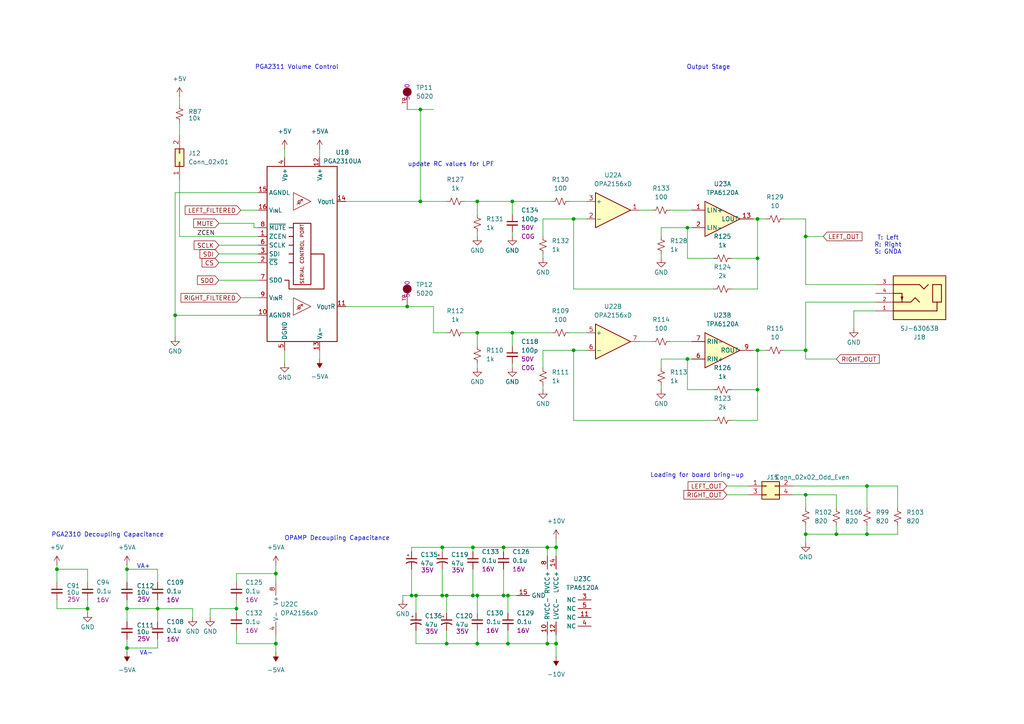
<source format=kicad_sch>
(kicad_sch (version 20250114) (generator "eeschema") (generator_version "9.0")
  (paper "A4")
  (lib_symbols
    (symbol "1_User_Library:5020" (pin_names (offset 1.016))
      (property "Reference" "TP" (at -2.5444 2.5415 0))
      (property "Value" "5020" (at -2.55 -5.0866 0))
      (symbol "5020_0_0"
        (pin passive line (at -5.08 0 0) (length 5.08) (name "~") (number "TP"))
      )
    )
    (symbol "1_User_Library:Capacitor_non_polar" (pin_numbers (hide yes)) (pin_names (offset 0.254) (hide yes))
      (property "Reference" "C" (at 2.54 1.778 0))
      (property "Value" "val" (at 2.54 0 0))
      (property "Voltage" "Vol" (at 2.54 -2.032 0))
      (symbol "Capacitor_non_polar_1_1"
        (pin passive line (at 0 2.54 270) (length 2.032) (name "~") (number "1"))
        (pin passive line (at 0 -2.54 90) (length 2.032) (name "~") (number "2"))
      )
    )
    (symbol "1_User_Library:PGA2310UA"
      (property "Reference" "U" (at 12.7 0 0))
      (property "Value" "PGA2310UA" (at 17.78 -2.54 0))
      (symbol "PGA2310UA_0_0"
        (text "G" (at -0.889 14.986 0) (effects (font (size 1.016 1.016))))
        (text "G" (at -0.889 -15.494 0) (effects (font (size 1.016 1.016))))
        (text "SERIAL CONTROL PORT" (at 0 0 900) (effects (font (size 1.016 1.016))))
        (pin input line (at -12.7 7.62 0) (length 2.54) (name "~{MUTE}") (number "8"))
      )
      (symbol "PGA2310UA_1_1"
        (pin power_in line (at -12.7 17.78 0) (length 2.54) (name "AGNDL") (number "15"))
        (pin input line (at -12.7 12.7 0) (length 2.54) (name "V_{IN}L") (number "16"))
        (pin input line (at -12.7 5.08 0) (length 2.54) (name "ZCEN") (number "1"))
        (pin input line (at -12.7 2.54 0) (length 2.54) (name "SCLK") (number "6"))
        (pin input line (at -12.7 0 0) (length 2.54) (name "SDI") (number "3"))
        (pin input line (at -12.7 -2.54 0) (length 2.54) (name "~{CS}") (number "2"))
        (pin output line (at -12.7 -7.62 0) (length 2.54) (name "SDO") (number "7"))
        (pin input line (at -12.7 -12.7 0) (length 2.54) (name "V_{IN}R") (number "9"))
        (pin power_in line (at -12.7 -17.78 0) (length 2.54) (name "AGNDR") (number "10"))
        (pin power_in line (at -5.08 27.94 270) (length 2.54) (name "V_{D}+") (number "4"))
        (pin power_in line (at -5.08 -27.94 90) (length 2.54) (name "DGND") (number "5"))
        (pin power_in line (at 5.08 27.94 270) (length 2.54) (name "V_{A}+") (number "12"))
        (pin power_in line (at 5.08 -27.94 90) (length 2.54) (name "V_{A}-") (number "13"))
        (pin output line (at 12.7 15.24 180) (length 2.54) (name "V_{OUT}L") (number "14"))
        (pin output line (at 12.7 -15.24 180) (length 2.54) (name "V_{OUT}R") (number "11"))
      )
    )
    (symbol "1_User_Library:Resistor" (pin_numbers (hide yes)) (pin_names (offset 0.254) (hide yes))
      (property "Reference" "R" (at 0.762 0.508 0))
      (symbol "Resistor_1_1"
        (pin passive line (at 0 2.54 270) (length 1.016) (name "~") (number "1"))
        (pin passive line (at 0 -2.54 90) (length 1.016) (name "~") (number "2"))
      )
    )
    (symbol "1_User_Library:SJ-63063B" (pin_names (offset 1.016))
      (property "Reference" "J" (at -7.62 5.842 0))
      (property "Value" "SJ-63063B" (at -7.62 -8.382 0))
      (symbol "SJ-63063B_0_0"
        (pin passive line (at 12.7 2.54 180) (length 5.08) (name "~") (number "1"))
        (pin passive line (at 12.7 0 180) (length 5.08) (name "~") (number "2"))
        (pin passive line (at 12.7 -2.54 180) (length 5.08) (name "~") (number "4"))
        (pin passive line (at 12.7 -5.08 180) (length 5.08) (name "~") (number "3"))
      )
    )
    (symbol "1_User_Library:TPA6120A2"
      (property "Reference" "U" (at 4.064 0 0))
      (property "Value" "TPA6120A" (at 4.318 -2.032 0))
      (symbol "TPA6120A2_1_0"
        (pin power_in line (at 8.89 0 180) (length 3.81) (name "LOUT") (number "13"))
      )
      (symbol "TPA6120A2_1_1"
        (pin output line (at -8.89 2.54 0) (length 3.81) (name "LIN+") (number "1"))
        (pin input line (at -8.89 -2.54 0) (length 3.81) (name "LIN-") (number "2"))
      )
      (symbol "TPA6120A2_2_0"
        (pin power_in line (at 8.89 0 180) (length 3.81) (name "ROUT") (number "9"))
      )
      (symbol "TPA6120A2_2_1"
        (pin output line (at -8.89 2.54 0) (length 3.81) (name "RIN-") (number "7"))
        (pin input line (at -8.89 -2.54 0) (length 3.81) (name "RIN+") (number "6"))
      )
      (symbol "TPA6120A2_3_0"
        (pin power_in line (at -10.16 -3.81 0) (length 3.81) (name "GND") (number "EP"))
        (pin power_in line (at -2.54 -15.24 90) (length 3.81) (name "RVCC-") (number "10"))
        (pin power_in line (at 0 7.62 270) (length 3.81) (name "LVCC+") (number "14"))
        (pin power_in line (at 1.27 -15.24 90) (length 3.81) (name "LVCC-") (number "12"))
        (pin power_in line (at 10.16 -10.16 180) (length 3.81) (name "NC") (number "11"))
      )
      (symbol "TPA6120A2_3_1"
        (pin power_in line (at -2.54 7.62 270) (length 3.81) (name "RVCC+") (number "8"))
        (pin input line (at 10.16 -5.08 180) (length 3.81) (name "NC") (number "3"))
        (pin input line (at 10.16 -7.62 180) (length 3.81) (name "NC") (number "5"))
        (pin power_in line (at 10.16 -12.7 180) (length 3.81) (name "NC") (number "4"))
      )
    )
    (symbol "Amplifier_Operational:OPA2156xD" (pin_names (offset 0.127))
      (property "Reference" "U" (at 2.54 6.35 0))
      (property "Value" "OPA2156xD" (at 2.54 3.81 0))
      (symbol "OPA2156xD_1_1"
        (pin input line (at -7.62 2.54 0) (length 2.54) (name "+") (number "3"))
        (pin input line (at -7.62 -2.54 0) (length 2.54) (name "-") (number "2"))
        (pin output line (at 7.62 0 180) (length 2.54) (name "~") (number "1"))
      )
      (symbol "OPA2156xD_2_1"
        (pin input line (at -7.62 2.54 0) (length 2.54) (name "+") (number "5"))
        (pin input line (at -7.62 -2.54 0) (length 2.54) (name "-") (number "6"))
        (pin output line (at 7.62 0 180) (length 2.54) (name "~") (number "7"))
      )
      (symbol "OPA2156xD_3_1"
        (pin power_in line (at 0 7.62 270) (length 3.81) (name "V+") (number "8"))
        (pin power_in line (at 0 -7.62 90) (length 3.81) (name "V-") (number "4"))
      )
    )
    (symbol "Capacitor_non_polar_1" (pin_numbers (hide yes)) (pin_names (offset 0.254) (hide yes))
      (property "Reference" "C" (at 0.254 1.778 0))
      (symbol "Capacitor_non_polar_1_1_1"
        (pin passive line (at 0 2.54 270) (length 2.032) (name "~") (number "1"))
        (pin passive line (at 0 -2.54 90) (length 2.032) (name "~") (number "2"))
      )
    )
    (symbol "Connector_Generic:Conn_02x01" (pin_names (offset 1.016) (hide yes))
      (property "Reference" "J" (at 1.27 2.54 0))
      (property "Value" "Conn_02x01" (at 1.27 -2.54 0))
      (symbol "Conn_02x01_1_1"
        (pin passive line (at -5.08 0 0) (length 3.81) (name "Pin_1") (number "1"))
        (pin passive line (at 7.62 0 180) (length 3.81) (name "Pin_2") (number "2"))
      )
    )
    (symbol "Connector_Generic:Conn_02x02_Odd_Even" (pin_names (offset 1.016) (hide yes))
      (property "Reference" "J" (at 1.27 2.54 0))
      (property "Value" "Conn_02x02_Odd_Even" (at 1.27 -5.08 0))
      (symbol "Conn_02x02_Odd_Even_1_1"
        (pin passive line (at -5.08 0 0) (length 3.81) (name "Pin_1") (number "1"))
        (pin passive line (at -5.08 -2.54 0) (length 3.81) (name "Pin_3") (number "3"))
        (pin passive line (at 7.62 0 180) (length 3.81) (name "Pin_2") (number "2"))
        (pin passive line (at 7.62 -2.54 180) (length 3.81) (name "Pin_4") (number "4"))
      )
    )
    (symbol "Device:C_Polarized_Small_US" (pin_numbers (hide yes)) (pin_names (offset 0.254) (hide yes))
      (property "Reference" "C" (at 0.254 1.778 0))
      (property "Value" "C_Polarized_Small_US" (at 0.254 -2.032 0))
      (symbol "C_Polarized_Small_US_1_1"
        (pin passive line (at 0 2.54 270) (length 2.032) (name "~") (number "1"))
        (pin passive line (at 0 -2.54 90) (length 2.032) (name "~") (number "2"))
      )
    )
    (symbol "TPA6120A2_1"
      (property "Reference" "U" (at 4.064 0 0))
      (property "Value" "TPA6120A" (at 4.318 -2.032 0))
      (symbol "TPA6120A2_1_1_0"
        (pin power_in line (at 8.89 0 180) (length 3.81) (name "LOUT") (number "13"))
      )
      (symbol "TPA6120A2_1_1_1"
        (pin output line (at -8.89 2.54 0) (length 3.81) (name "LIN+") (number "1"))
        (pin input line (at -8.89 -2.54 0) (length 3.81) (name "LIN-") (number "2"))
      )
      (symbol "TPA6120A2_1_2_0"
        (pin power_in line (at 8.89 0 180) (length 3.81) (name "ROUT") (number "9"))
      )
      (symbol "TPA6120A2_1_2_1"
        (pin output line (at -8.89 2.54 0) (length 3.81) (name "RIN-") (number "7"))
        (pin input line (at -8.89 -2.54 0) (length 3.81) (name "RIN+") (number "6"))
      )
      (symbol "TPA6120A2_1_3_0"
        (pin power_in line (at -11.43 -3.81 0) (length 3.81) (name "GND") (number "15"))
        (pin power_in line (at -2.54 -15.24 90) (length 3.81) (name "RVCC-") (number "10"))
        (pin power_in line (at 0 7.62 270) (length 3.81) (name "LVCC+") (number "14"))
        (pin power_in line (at 0 -15.24 90) (length 3.81) (name "LVCC-") (number "12"))
        (pin power_in line (at 10.16 -10.16 180) (length 3.81) (name "NC") (number "11"))
      )
      (symbol "TPA6120A2_1_3_1"
        (pin power_in line (at -2.54 7.62 270) (length 3.81) (name "RVCC+") (number "8"))
        (pin input line (at 10.16 -5.08 180) (length 3.81) (name "NC") (number "3"))
        (pin input line (at 10.16 -7.62 180) (length 3.81) (name "NC") (number "5"))
        (pin power_in line (at 10.16 -12.7 180) (length 3.81) (name "NC") (number "4"))
      )
    )
    (symbol "TPA6120A2_2"
      (property "Reference" "U" (at 4.064 0 0))
      (property "Value" "TPA6120A" (at 4.318 -2.032 0))
      (symbol "TPA6120A2_2_1_0"
        (pin power_in line (at 8.89 0 180) (length 3.81) (name "LOUT") (number "13"))
      )
      (symbol "TPA6120A2_2_1_1"
        (pin output line (at -8.89 2.54 0) (length 3.81) (name "LIN+") (number "1"))
        (pin input line (at -8.89 -2.54 0) (length 3.81) (name "LIN-") (number "2"))
      )
      (symbol "TPA6120A2_2_2_0"
        (pin power_in line (at 8.89 0 180) (length 3.81) (name "ROUT") (number "9"))
      )
      (symbol "TPA6120A2_2_2_1"
        (pin output line (at -8.89 2.54 0) (length 3.81) (name "RIN-") (number "7"))
        (pin input line (at -8.89 -2.54 0) (length 3.81) (name "RIN+") (number "6"))
      )
      (symbol "TPA6120A2_2_3_0"
        (pin power_in line (at -11.43 -3.81 0) (length 3.81) (name "GND") (number "15"))
        (pin power_in line (at -2.54 -15.24 90) (length 3.81) (name "RVCC-") (number "10"))
        (pin power_in line (at 0 7.62 270) (length 3.81) (name "LVCC+") (number "14"))
        (pin power_in line (at 0 -15.24 90) (length 3.81) (name "LVCC-") (number "12"))
        (pin power_in line (at 10.16 -10.16 180) (length 3.81) (name "NC") (number "11"))
      )
      (symbol "TPA6120A2_2_3_1"
        (pin power_in line (at -2.54 7.62 270) (length 3.81) (name "RVCC+") (number "8"))
        (pin input line (at 10.16 -5.08 180) (length 3.81) (name "NC") (number "3"))
        (pin input line (at 10.16 -7.62 180) (length 3.81) (name "NC") (number "5"))
        (pin power_in line (at 10.16 -12.7 180) (length 3.81) (name "NC") (number "4"))
      )
    )
    (symbol "power:+10V" (power) (pin_numbers (hide yes)) (pin_names (offset 0) (hide yes))
      (property "Value" "+10V" (at 0 3.556 0))
      (symbol "+10V_1_1"
        (pin power_in line (at 0 0 90) (length 0) (name "~") (number "1"))
      )
    )
    (symbol "power:+5V" (power) (pin_numbers (hide yes)) (pin_names (offset 0) (hide yes))
      (property "Value" "+5V" (at 0 3.556 0))
      (symbol "+5V_1_1"
        (pin power_in line (at 0 0 90) (length 0) (name "~") (number "1"))
      )
    )
    (symbol "power:+5VA" (power) (pin_numbers (hide yes)) (pin_names (offset 0) (hide yes))
      (property "Value" "+5VA" (at 0 3.556 0))
      (symbol "+5VA_1_1"
        (pin power_in line (at 0 0 90) (length 0) (name "~") (number "1"))
      )
    )
    (symbol "power:-10V" (power) (pin_numbers (hide yes)) (pin_names (offset 0) (hide yes))
      (property "Value" "-10V" (at 0 3.556 0))
      (symbol "-10V_0_0"
        (pin power_in line (at 0 0 90) (length 0) (name "~") (number "1"))
      )
    )
    (symbol "power:-5VA" (power) (pin_numbers (hide yes)) (pin_names (offset 0) (hide yes))
      (property "Value" "-5VA" (at 0 3.556 0))
      (symbol "-5VA_0_0"
        (pin power_in line (at 0 0 90) (length 0) (name "~") (number "1"))
      )
    )
    (symbol "power:GND" (power) (pin_numbers (hide yes)) (pin_names (offset 0) (hide yes))
      (property "Value" "GND" (at 0 -3.81 0))
      (symbol "GND_1_1"
        (pin power_in line (at 0 0 270) (length 0) (name "~") (number "1"))
      )
    )
  )
  (text "T: Left\nR: Right\nS: GNDA" (at 257.556 71.12 0) (effects (font (size 1.27 1.27))))
  (text "Output Stage" (at 205.486 19.558 0) (effects (font (size 1.27 1.27))))
  (text "PGA2311 Volume Control" (at 86.106 19.558 0) (effects (font (size 1.27 1.27))))
  (text "update RC values for LPF" (at 130.81 47.752 0) (effects (font (size 1.27 1.27))))
  (text "OPAMP Decoupling Capacitance" (at 97.79 156.21 0) (effects (font (size 1.27 1.27))))
  (text "Loading for board bring-up" (at 202.184 137.922 0) (effects (font (size 1.27 1.27))))
  (text "PGA2310 Decoupling Capacitance" (at 31.242 155.194 0) (effects (font (size 1.27 1.27))))
  (text "VA-\n" (at 42.418 189.484 0) (effects (font (size 1.27 1.27))))
  (text "VA+" (at 41.656 164.338 0) (effects (font (size 1.27 1.27))))
  (junction (at 219.71 74.93))
  (junction (at 158.75 186.69))
  (junction (at 129.54 186.69))
  (junction (at 199.39 66.04))
  (junction (at 147.32 186.69))
  (junction (at 138.43 96.52))
  (junction (at 146.05 158.75))
  (junction (at 233.68 68.58))
  (junction (at 138.43 172.72))
  (junction (at 118.11 88.9))
  (junction (at 148.59 58.42))
  (junction (at 242.57 154.94))
  (junction (at 251.46 154.94))
  (junction (at 219.71 113.03))
  (junction (at 158.75 158.75))
  (junction (at 137.16 172.72))
  (junction (at 119.38 172.72))
  (junction (at 25.4 176.53))
  (junction (at 121.92 31.75))
  (junction (at 219.71 63.5))
  (junction (at 45.72 176.53))
  (junction (at 80.01 166.37))
  (junction (at 233.68 154.94))
  (junction (at 166.37 63.5))
  (junction (at 219.71 101.6))
  (junction (at 129.54 172.72))
  (junction (at 199.39 104.14))
  (junction (at 137.16 158.75))
  (junction (at 120.65 172.72))
  (junction (at 50.8 91.44))
  (junction (at 128.27 158.75))
  (junction (at 148.59 96.52))
  (junction (at 138.43 186.69))
  (junction (at 138.43 58.42))
  (junction (at 166.37 101.6))
  (junction (at 68.58 176.53))
  (junction (at 80.01 186.69))
  (junction (at 146.05 172.72))
  (junction (at 36.83 165.1))
  (junction (at 147.32 172.72))
  (junction (at 36.83 176.53))
  (junction (at 161.29 158.75))
  (junction (at 161.29 186.69))
  (junction (at 233.68 101.6))
  (junction (at 251.46 140.97))
  (junction (at 128.27 172.72))
  (junction (at 36.83 187.96))
  (junction (at 233.68 143.51))
  (junction (at 121.92 58.42))
  (junction (at 16.51 165.1))
  (wire (pts (xy 60.96 176.53) (xy 68.58 176.53)))
  (wire (pts (xy 161.29 184.15) (xy 161.29 186.69)))
  (wire (pts (xy 191.77 113.03) (xy 191.77 111.76)))
  (wire (pts (xy 92.71 101.6) (xy 92.71 104.14)))
  (wire (pts (xy 191.77 104.14) (xy 191.77 106.68)))
  (wire (pts (xy 242.57 154.94) (xy 251.46 154.94)))
  (wire (pts (xy 251.46 154.94) (xy 260.35 154.94)))
  (wire (pts (xy 116.84 172.72) (xy 119.38 172.72)))
  (wire (pts (xy 146.05 165.1) (xy 146.05 172.72)))
  (wire (pts (xy 119.38 158.75) (xy 119.38 160.02)))
  (wire (pts (xy 45.72 168.91) (xy 45.72 165.1)))
  (wire (pts (xy 146.05 172.72) (xy 147.32 172.72)))
  (wire (pts (xy 129.54 186.69) (xy 120.65 186.69)))
  (wire (pts (xy 247.65 95.25) (xy 247.65 90.17)))
  (wire (pts (xy 138.43 186.69) (xy 129.54 186.69)))
  (wire (pts (xy 68.58 186.69) (xy 80.01 186.69)))
  (wire (pts (xy 219.71 121.92) (xy 219.71 113.03)))
  (wire (pts (xy 68.58 176.53) (xy 68.58 177.8)))
  (wire (pts (xy 170.18 101.6) (xy 166.37 101.6)))
  (wire (pts (xy 147.32 186.69) (xy 138.43 186.69)))
  (wire (pts (xy 100.33 58.42) (xy 121.92 58.42)))
  (wire (pts (xy 138.43 182.88) (xy 138.43 186.69)))
  (wire (pts (xy 119.38 165.1) (xy 119.38 172.72)))
  (wire (pts (xy 50.8 97.79) (xy 50.8 91.44)))
  (wire (pts (xy 219.71 113.03) (xy 219.71 101.6)))
  (wire (pts (xy 138.43 58.42) (xy 148.59 58.42)))
  (wire (pts (xy 138.43 172.72) (xy 138.43 177.8)))
  (wire (pts (xy 69.85 60.96) (xy 74.93 60.96)))
  (wire (pts (xy 207.01 113.03) (xy 199.39 113.03)))
  (wire (pts (xy 212.09 83.82) (xy 219.71 83.82)))
  (wire (pts (xy 92.71 43.18) (xy 92.71 45.72)))
  (wire (pts (xy 36.83 165.1) (xy 36.83 168.91)))
  (wire (pts (xy 63.5 76.2) (xy 74.93 76.2)))
  (wire (pts (xy 138.43 96.52) (xy 148.59 96.52)))
  (wire (pts (xy 233.68 68.58) (xy 233.68 82.55)))
  (wire (pts (xy 219.71 83.82) (xy 219.71 74.93)))
  (wire (pts (xy 210.82 143.51) (xy 217.17 143.51)))
  (wire (pts (xy 68.58 168.91) (xy 68.58 166.37)))
  (wire (pts (xy 138.43 172.72) (xy 146.05 172.72)))
  (wire (pts (xy 36.83 176.53) (xy 36.83 180.34)))
  (wire (pts (xy 166.37 63.5) (xy 166.37 83.82)))
  (wire (pts (xy 80.01 166.37) (xy 80.01 168.91)))
  (wire (pts (xy 199.39 66.04) (xy 191.77 66.04)))
  (wire (pts (xy 185.42 60.96) (xy 189.23 60.96)))
  (wire (pts (xy 158.75 184.15) (xy 158.75 186.69)))
  (wire (pts (xy 82.55 101.6) (xy 82.55 105.41)))
  (wire (pts (xy 80.01 184.15) (xy 80.01 186.69)))
  (wire (pts (xy 158.75 186.69) (xy 147.32 186.69)))
  (wire (pts (xy 233.68 104.14) (xy 242.57 104.14)))
  (wire (pts (xy 166.37 101.6) (xy 166.37 121.92)))
  (wire (pts (xy 68.58 166.37) (xy 80.01 166.37)))
  (wire (pts (xy 36.83 187.96) (xy 45.72 187.96)))
  (wire (pts (xy 36.83 163.83) (xy 36.83 165.1)))
  (wire (pts (xy 194.31 99.06) (xy 200.66 99.06)))
  (wire (pts (xy 147.32 172.72) (xy 147.32 177.8)))
  (wire (pts (xy 260.35 147.32) (xy 260.35 140.97)))
  (wire (pts (xy 233.68 101.6) (xy 233.68 104.14)))
  (wire (pts (xy 137.16 158.75) (xy 137.16 160.02)))
  (wire (pts (xy 242.57 152.4) (xy 242.57 154.94)))
  (wire (pts (xy 161.29 156.21) (xy 161.29 158.75)))
  (wire (pts (xy 25.4 168.91) (xy 25.4 165.1)))
  (wire (pts (xy 129.54 172.72) (xy 129.54 177.8)))
  (wire (pts (xy 121.92 31.75) (xy 121.92 58.42)))
  (wire (pts (xy 194.31 60.96) (xy 200.66 60.96)))
  (wire (pts (xy 158.75 161.29) (xy 158.75 158.75)))
  (wire (pts (xy 138.43 68.58) (xy 138.43 67.31)))
  (wire (pts (xy 229.87 143.51) (xy 233.68 143.51)))
  (wire (pts (xy 119.38 172.72) (xy 120.65 172.72)))
  (wire (pts (xy 161.29 186.69) (xy 161.29 190.5)))
  (wire (pts (xy 121.92 58.42) (xy 129.54 58.42)))
  (wire (pts (xy 25.4 165.1) (xy 16.51 165.1)))
  (wire (pts (xy 227.33 63.5) (xy 233.68 63.5)))
  (wire (pts (xy 158.75 158.75) (xy 146.05 158.75)))
  (wire (pts (xy 16.51 163.83) (xy 16.51 165.1)))
  (wire (pts (xy 199.39 104.14) (xy 191.77 104.14)))
  (wire (pts (xy 233.68 63.5) (xy 233.68 68.58)))
  (wire (pts (xy 247.65 90.17) (xy 254 90.17)))
  (wire (pts (xy 147.32 172.72) (xy 149.86 172.72)))
  (wire (pts (xy 161.29 158.75) (xy 161.29 161.29)))
  (wire (pts (xy 137.16 158.75) (xy 128.27 158.75)))
  (wire (pts (xy 45.72 173.99) (xy 45.72 176.53)))
  (wire (pts (xy 148.59 96.52) (xy 160.02 96.52)))
  (wire (pts (xy 74.93 55.88) (xy 50.8 55.88)))
  (wire (pts (xy 52.07 52.07) (xy 52.07 68.58)))
  (wire (pts (xy 45.72 180.34) (xy 45.72 176.53)))
  (wire (pts (xy 69.85 86.36) (xy 74.93 86.36)))
  (wire (pts (xy 185.42 99.06) (xy 189.23 99.06)))
  (wire (pts (xy 207.01 74.93) (xy 199.39 74.93)))
  (wire (pts (xy 218.44 63.5) (xy 219.71 63.5)))
  (wire (pts (xy 199.39 113.03) (xy 199.39 104.14)))
  (wire (pts (xy 137.16 172.72) (xy 138.43 172.72)))
  (wire (pts (xy 118.11 88.9) (xy 125.73 88.9)))
  (wire (pts (xy 148.59 106.68) (xy 148.59 105.41)))
  (wire (pts (xy 233.68 143.51) (xy 242.57 143.51)))
  (wire (pts (xy 52.07 35.56) (xy 52.07 39.37)))
  (wire (pts (xy 134.62 96.52) (xy 138.43 96.52)))
  (wire (pts (xy 73.66 66.04) (xy 74.93 66.04)))
  (wire (pts (xy 68.58 173.99) (xy 68.58 176.53)))
  (wire (pts (xy 121.92 31.75) (xy 118.11 31.75)))
  (wire (pts (xy 45.72 176.53) (xy 36.83 176.53)))
  (wire (pts (xy 128.27 165.1) (xy 128.27 172.72)))
  (wire (pts (xy 16.51 165.1) (xy 16.51 168.91)))
  (wire (pts (xy 166.37 83.82) (xy 207.01 83.82)))
  (wire (pts (xy 212.09 121.92) (xy 219.71 121.92)))
  (wire (pts (xy 170.18 63.5) (xy 166.37 63.5)))
  (wire (pts (xy 218.44 101.6) (xy 219.71 101.6)))
  (wire (pts (xy 55.88 176.53) (xy 55.88 179.07)))
  (wire (pts (xy 73.66 64.77) (xy 73.66 66.04)))
  (wire (pts (xy 100.33 88.9) (xy 118.11 88.9)))
  (wire (pts (xy 128.27 172.72) (xy 129.54 172.72)))
  (wire (pts (xy 16.51 176.53) (xy 25.4 176.53)))
  (wire (pts (xy 50.8 91.44) (xy 74.93 91.44)))
  (wire (pts (xy 191.77 66.04) (xy 191.77 68.58)))
  (wire (pts (xy 120.65 172.72) (xy 128.27 172.72)))
  (wire (pts (xy 63.5 71.12) (xy 74.93 71.12)))
  (wire (pts (xy 233.68 68.58) (xy 238.76 68.58)))
  (wire (pts (xy 251.46 140.97) (xy 251.46 147.32)))
  (wire (pts (xy 63.5 81.28) (xy 74.93 81.28)))
  (wire (pts (xy 63.5 64.77) (xy 73.66 64.77)))
  (wire (pts (xy 50.8 55.88) (xy 50.8 91.44)))
  (wire (pts (xy 25.4 176.53) (xy 25.4 177.8)))
  (wire (pts (xy 128.27 158.75) (xy 119.38 158.75)))
  (wire (pts (xy 157.48 68.58) (xy 157.48 63.5)))
  (wire (pts (xy 233.68 152.4) (xy 233.68 154.94)))
  (wire (pts (xy 68.58 182.88) (xy 68.58 186.69)))
  (wire (pts (xy 157.48 74.93) (xy 157.48 73.66)))
  (wire (pts (xy 25.4 173.99) (xy 25.4 176.53)))
  (wire (pts (xy 158.75 158.75) (xy 161.29 158.75)))
  (wire (pts (xy 129.54 172.72) (xy 137.16 172.72)))
  (wire (pts (xy 242.57 143.51) (xy 242.57 147.32)))
  (wire (pts (xy 157.48 106.68) (xy 157.48 101.6)))
  (wire (pts (xy 157.48 63.5) (xy 166.37 63.5)))
  (wire (pts (xy 120.65 186.69) (xy 120.65 182.88)))
  (wire (pts (xy 52.07 27.94) (xy 52.07 30.48)))
  (wire (pts (xy 233.68 143.51) (xy 233.68 147.32)))
  (wire (pts (xy 116.84 173.99) (xy 116.84 172.72)))
  (wire (pts (xy 16.51 173.99) (xy 16.51 176.53)))
  (wire (pts (xy 219.71 63.5) (xy 222.25 63.5)))
  (wire (pts (xy 134.62 58.42) (xy 138.43 58.42)))
  (wire (pts (xy 200.66 104.14) (xy 199.39 104.14)))
  (wire (pts (xy 129.54 182.88) (xy 129.54 186.69)))
  (wire (pts (xy 128.27 158.75) (xy 128.27 160.02)))
  (wire (pts (xy 210.82 140.97) (xy 217.17 140.97)))
  (wire (pts (xy 148.59 68.58) (xy 148.59 67.31)))
  (wire (pts (xy 120.65 172.72) (xy 120.65 177.8)))
  (wire (pts (xy 212.09 74.93) (xy 219.71 74.93)))
  (wire (pts (xy 165.1 96.52) (xy 170.18 96.52)))
  (wire (pts (xy 138.43 96.52) (xy 138.43 100.33)))
  (wire (pts (xy 125.73 96.52) (xy 129.54 96.52)))
  (wire (pts (xy 52.07 68.58) (xy 74.93 68.58)))
  (wire (pts (xy 146.05 158.75) (xy 137.16 158.75)))
  (wire (pts (xy 229.87 140.97) (xy 251.46 140.97)))
  (wire (pts (xy 36.83 185.42) (xy 36.83 187.96)))
  (wire (pts (xy 138.43 106.68) (xy 138.43 105.41)))
  (wire (pts (xy 200.66 66.04) (xy 199.39 66.04)))
  (wire (pts (xy 36.83 187.96) (xy 36.83 189.23)))
  (wire (pts (xy 63.5 73.66) (xy 74.93 73.66)))
  (wire (pts (xy 165.1 58.42) (xy 170.18 58.42)))
  (wire (pts (xy 125.73 88.9) (xy 125.73 96.52)))
  (wire (pts (xy 55.88 176.53) (xy 45.72 176.53)))
  (wire (pts (xy 166.37 121.92) (xy 207.01 121.92)))
  (wire (pts (xy 45.72 185.42) (xy 45.72 187.96)))
  (wire (pts (xy 260.35 152.4) (xy 260.35 154.94)))
  (wire (pts (xy 147.32 182.88) (xy 147.32 186.69)))
  (wire (pts (xy 233.68 87.63) (xy 254 87.63)))
  (wire (pts (xy 233.68 82.55) (xy 254 82.55)))
  (wire (pts (xy 233.68 87.63) (xy 233.68 101.6)))
  (wire (pts (xy 36.83 173.99) (xy 36.83 176.53)))
  (wire (pts (xy 45.72 165.1) (xy 36.83 165.1)))
  (wire (pts (xy 82.55 43.18) (xy 82.55 45.72)))
  (wire (pts (xy 219.71 101.6) (xy 222.25 101.6)))
  (wire (pts (xy 191.77 74.93) (xy 191.77 73.66)))
  (wire (pts (xy 157.48 101.6) (xy 166.37 101.6)))
  (wire (pts (xy 148.59 58.42) (xy 160.02 58.42)))
  (wire (pts (xy 227.33 101.6) (xy 233.68 101.6)))
  (wire (pts (xy 212.09 113.03) (xy 219.71 113.03)))
  (wire (pts (xy 138.43 58.42) (xy 138.43 62.23)))
  (wire (pts (xy 233.68 154.94) (xy 233.68 157.48)))
  (wire (pts (xy 60.96 179.07) (xy 60.96 176.53)))
  (wire (pts (xy 148.59 58.42) (xy 148.59 62.23)))
  (wire (pts (xy 161.29 186.69) (xy 158.75 186.69)))
  (wire (pts (xy 233.68 154.94) (xy 242.57 154.94)))
  (wire (pts (xy 125.73 31.75) (xy 121.92 31.75)))
  (wire (pts (xy 80.01 186.69) (xy 80.01 189.23)))
  (wire (pts (xy 199.39 74.93) (xy 199.39 66.04)))
  (wire (pts (xy 137.16 165.1) (xy 137.16 172.72)))
  (wire (pts (xy 157.48 113.03) (xy 157.48 111.76)))
  (wire (pts (xy 219.71 74.93) (xy 219.71 63.5)))
  (wire (pts (xy 146.05 158.75) (xy 146.05 160.02)))
  (wire (pts (xy 80.01 163.83) (xy 80.01 166.37)))
  (wire (pts (xy 251.46 152.4) (xy 251.46 154.94)))
  (wire (pts (xy 251.46 140.97) (xy 260.35 140.97)))
  (wire (pts (xy 148.59 96.52) (xy 148.59 100.33)))
  (label "ZCEN" (at 57.15 68.58 0))
  (global_label "RIGHT_OUT" (shape input) (at 210.82 143.51 180) (property "Intersheetrefs" "${INTERSHEET_REFS}" (effects (hide yes))))
  (global_label "LEFT_FILTERED" (shape input) (at 69.85 60.96 180) (property "Intersheetrefs" "${INTERSHEET_REFS}" (effects (hide yes))))
  (global_label "SDI" (shape input) (at 63.5 73.66 180) (property "Intersheetrefs" "${INTERSHEET_REFS}" (effects (hide yes))))
  (global_label "RIGHT_OUT" (shape input) (at 242.57 104.14 0) (property "Intersheetrefs" "${INTERSHEET_REFS}" (effects (hide yes))))
  (global_label "SCLK" (shape input) (at 63.5 71.12 180) (property "Intersheetrefs" "${INTERSHEET_REFS}" (effects (hide yes))))
  (global_label "LEFT_OUT" (shape input) (at 210.82 140.97 180) (property "Intersheetrefs" "${INTERSHEET_REFS}" (effects (hide yes))))
  (global_label "SDO" (shape input) (at 63.5 81.28 180) (property "Intersheetrefs" "${INTERSHEET_REFS}" (effects (hide yes))))
  (global_label "CS" (shape input) (at 63.5 76.2 180) (property "Intersheetrefs" "${INTERSHEET_REFS}" (effects (hide yes))))
  (global_label "RIGHT_FILTERED" (shape input) (at 69.85 86.36 180) (property "Intersheetrefs" "${INTERSHEET_REFS}" (effects (hide yes))))
  (global_label "LEFT_OUT" (shape input) (at 238.76 68.58 0) (property "Intersheetrefs" "${INTERSHEET_REFS}" (effects (hide yes))))
  (global_label "MUTE" (shape input) (at 63.5 64.77 180) (property "Intersheetrefs" "${INTERSHEET_REFS}" (effects (hide yes))))
  (symbol (lib_id "power:-5VA") (at 92.71 104.14 180) (unit 1)
    (property "Reference" "#PWR09" (effects (hide yes)))
    (property "Value" "-5VA" (at 92.71 109.22 0))
    (property "Description" "Power symbol creates a global label with name \"-5VA\"" (effects (hide yes)))
  )
  (symbol (lib_id "power:+5V") (at 16.51 163.83 0) (unit 1)
    (property "Reference" "#PWR03" (effects (hide yes)))
    (property "Value" "+5V" (at 16.51 158.75 0))
    (property "Description" "Power symbol creates a global label with name \"+5V\"" (effects (hide yes)))
  )
  (symbol (lib_id "1_User_Library:Resistor") (at 132.08 58.42 90) (unit 1)
    (property "Reference" "R127" (at 132.08 52.07 90))
    (property "Value" "1k" (at 132.08 54.61 90))
    (property "Footprint" "Resistor_SMD:R_0603_1608Metric" (effects (hide yes)))
    (property "Part Number" "CRCW06031K00FKEA" (effects (hide yes)))
  )
  (symbol (lib_id "power:+5V") (at 82.55 43.18 0) (unit 1)
    (property "Reference" "#PWR02" (effects (hide yes)))
    (property "Value" "+5V" (at 82.55 38.1 0))
    (property "Description" "Power symbol creates a global label with name \"+5V\"" (effects (hide yes)))
  )
  (symbol (lib_id "power:GND") (at 191.77 113.03 0) (unit 1)
    (property "Reference" "#PWR0217" (effects (hide yes)))
    (property "Value" "GND" (at 191.77 117.094 0))
    (property "Description" "Power symbol creates a global label with name \"GND\" , ground" (effects (hide yes)))
  )
  (symbol (lib_id "power:GND") (at 60.96 179.07 0) (unit 1)
    (property "Reference" "#PWR0228" (effects (hide yes)))
    (property "Value" "GND" (at 60.96 183.134 0))
    (property "Description" "Power symbol creates a global label with name \"GND\" , ground" (effects (hide yes)))
  )
  (symbol (lib_id "power:GND") (at 82.55 105.41 0) (unit 1)
    (property "Reference" "#PWR076" (effects (hide yes)))
    (property "Value" "GND" (at 82.55 109.474 0))
    (property "Description" "Power symbol creates a global label with name \"GND\" , ground" (effects (hide yes)))
  )
  (symbol (lib_id "1_User_Library:Resistor") (at 157.48 71.12 180) (unit 1)
    (property "Reference" "R132" (at 160.02 69.8499 0) (effects (justify right)))
    (property "Value" "1k" (at 160.02 72.3899 0) (effects (justify right)))
    (property "Footprint" "Resistor_SMD:R_0603_1608Metric" (effects (hide yes)))
    (property "Part Number" "CRCW06031K00FKEA" (effects (hide yes)))
  )
  (symbol (lib_id "Amplifier_Operational:OPA2156xD") (at 80.01 176.53 0) (unit 3)
    (property "Reference" "U22" (at 81.28 175.2599 0) (effects (justify left)))
    (property "Value" "OPA2156xD" (at 81.28 177.7999 0) (effects (justify left)))
    (property "Footprint" "Package_SO:SOIC-8_3.9x4.9mm_P1.27mm" (effects (hide yes)))
    (property "Datasheet" "https://www.ti.com/lit/ds/symlink/opa2156.pdf" (effects (hide yes)))
    (property "Description" "Dual 36V, Ultra Low Noise, Rail-to-Rail Input/Output, Low Offset Voltage, Operational Amplifier, SOIC-8" (effects (hide yes)))
    (property "Sim.Library" "${KICAD9_SYMBOL_DIR}/Simulation_SPICE.sp" (effects (hide yes)))
    (property "Sim.Name" "kicad_builtin_opamp_dual" (effects (hide yes)))
    (property "Sim.Device" "SUBCKT" (effects (hide yes)))
    (property "Sim.Pins" "1=out1 2=in1- 3=in1+ 4=vee 5=in2+ 6=in2- 7=out2 8=vcc" (effects (hide yes)))
    (property "Manufacturer_Part_Number" "OPA2156IDR" (effects (hide yes)))
    (property "Part Number" "OPA2156IDR" (effects (hide yes)))
  )
  (symbol (lib_id "power:+5VA") (at 36.83 163.83 0) (unit 1)
    (property "Reference" "#PWR05" (effects (hide yes)))
    (property "Value" "+5VA" (at 36.83 158.75 0))
    (property "Description" "Power symbol creates a global label with name \"+5VA\"" (effects (hide yes)))
  )
  (symbol (lib_id "power:GND") (at 55.88 179.07 0) (unit 1)
    (property "Reference" "#PWR074" (effects (hide yes)))
    (property "Value" "GND" (at 55.88 183.134 0))
    (property "Description" "Power symbol creates a global label with name \"GND\" , ground" (effects (hide yes)))
  )
  (symbol (lib_name "TPA6120A2_2") (lib_id "1_User_Library:TPA6120A2") (at 209.55 101.6 0) (unit 2)
    (property "Reference" "U23" (at 209.55 91.44 0))
    (property "Value" "TPA6120A" (at 209.55 93.98 0))
    (property "Footprint" "1_User_Library:RGY0014A" (effects (hide yes)))
    (property "Description" "Stereo, 9.0- to 33.0-V, analog input headphone amplifier with 128 dB dynamic range" (effects (hide yes)))
    (property "Part Number" "TPA6120A2RGYR" (effects (hide yes)))
    (property "Manufacturer_Part_Number" "TPA6120A2RGYR" (effects (hide yes)))
  )
  (symbol (lib_id "power:+5V") (at 52.07 27.94 0) (unit 1)
    (property "Reference" "#PWR044" (effects (hide yes)))
    (property "Value" "+5V" (at 52.07 22.86 0))
    (property "Description" "Power symbol creates a global label with name \"+5V\"" (effects (hide yes)))
  )
  (symbol (lib_id "1_User_Library:Resistor") (at 162.56 58.42 90) (unit 1)
    (property "Reference" "R130" (at 162.56 52.07 90))
    (property "Value" "100" (at 162.56 54.61 90))
    (property "Footprint" "Resistor_SMD:R_0603_1608Metric_Pad0.98x0.95mm_HandSolder" (effects (hide yes)))
  )
  (symbol (lib_id "power:GND") (at 138.43 68.58 0) (unit 1)
    (property "Reference" "#PWR0219" (effects (hide yes)))
    (property "Value" "GND" (at 138.43 72.644 0))
    (property "Description" "Power symbol creates a global label with name \"GND\" , ground" (effects (hide yes)))
  )
  (symbol (lib_id "power:GND") (at 148.59 106.68 0) (unit 1)
    (property "Reference" "#PWR0223" (effects (hide yes)))
    (property "Value" "GND" (at 148.59 110.744 0))
    (property "Description" "Power symbol creates a global label with name \"GND\" , ground" (effects (hide yes)))
  )
  (symbol (lib_id "1_User_Library:PGA2310UA") (at 87.63 73.66 0) (unit 1)
    (property "Reference" "U18" (at 99.314 44.196 0))
    (property "Value" "PGA2310UA" (at 99.314 46.736 0))
    (property "Footprint" "Package_SO:SOIC-16W_7.5x10.3mm_P1.27mm" (effects (hide yes)))
    (property "Datasheet" "https://www.ti.com.cn/cn/lit/gpn/pga2310" (effects (hide yes)))
    (property "Description" "2-Channel Audio Volume Control, SPI Interface, +31.5dB to -95.5dB, SOL-16" (effects (hide yes)))
    (property "Part Number" "PGA2310UA" (effects (hide yes)))
    (property "Manufacturer_Part_Number" "PGA2310UA" (effects (hide yes)))
  )
  (symbol (lib_id "1_User_Library:TPA6120A2") (at 209.55 63.5 0) (unit 1)
    (property "Reference" "U23" (at 209.55 53.34 0))
    (property "Value" "TPA6120A" (at 209.55 55.88 0))
    (property "Footprint" "1_User_Library:RGY0014A" (effects (hide yes)))
    (property "Description" "Stereo, 9.0- to 33.0-V, analog input headphone amplifier with 128 dB dynamic range" (effects (hide yes)))
    (property "Part Number" "TPA6120A2RGYR" (effects (hide yes)))
    (property "Manufacturer_Part_Number" "TPA6120A2RGYR" (effects (hide yes)))
  )
  (symbol (lib_id "1_User_Library:Resistor") (at 260.35 149.86 0) (unit 1)
    (property "Reference" "R103" (at 262.89 148.5899 0) (effects (justify left)))
    (property "Value" "820" (at 262.89 151.1299 0) (effects (justify left)))
    (property "Footprint" "1_User_Library:R_0805_2012Metric_HandSolder" (effects (hide yes)))
    (property "Part Number" "CRCW0805820RFKEA" (effects (hide yes)))
  )
  (symbol (lib_id "1_User_Library:Resistor") (at 233.68 149.86 0) (unit 1)
    (property "Reference" "R102" (at 236.22 148.5899 0) (effects (justify left)))
    (property "Value" "820" (at 236.22 151.1299 0) (effects (justify left)))
    (property "Footprint" "1_User_Library:R_0805_2012Metric_HandSolder" (effects (hide yes)))
    (property "Part Number" "CRCW0805820RFKEA" (effects (hide yes)))
  )
  (symbol (lib_id "1_User_Library:Resistor") (at 209.55 113.03 90) (unit 1)
    (property "Reference" "R126" (at 209.55 106.68 90))
    (property "Value" "1k" (at 209.55 109.22 90))
    (property "Footprint" "Resistor_SMD:R_0603_1608Metric" (effects (hide yes)))
    (property "Part Number" "CRCW06031K00FKEA" (effects (hide yes)))
  )
  (symbol (lib_id "power:+10V") (at 161.29 156.21 0) (unit 1)
    (property "Reference" "#PWR0131" (effects (hide yes)))
    (property "Value" "+10V" (at 161.29 151.13 0))
    (property "Description" "Power symbol creates a global label with name \"+10V\"" (effects (hide yes)))
  )
  (symbol (lib_id "1_User_Library:5020") (at 118.11 83.82 90) (unit 1)
    (property "Reference" "TP12" (at 120.65 82.5499 90) (effects (justify right)))
    (property "Value" "5020" (at 120.65 85.0899 90) (effects (justify right)))
    (property "Footprint" "1_User_Library:KEYSTONE_5020" (effects (hide yes)))
    (property "PARTREV" "C" (effects (hide yes)))
    (property "MANUFACTURER" "Keystone Electronics" (effects (hide yes)))
    (property "SNAPEDA_PN" "5020" (effects (hide yes)))
    (property "MAXIMUM_PACKAGE_HEIGHT" "5.08 mm" (effects (hide yes)))
    (property "STANDARD" "Manufacturer Recommendations" (effects (hide yes)))
    (property "Part Number" "5020" (at 118.11 83.82 0))
  )
  (symbol (lib_id "1_User_Library:Capacitor_non_polar") (at 137.16 162.56 0) (unit 1)
    (property "Reference" "C133" (at 139.7 160.0262 0) (effects (justify left)))
    (property "Value" "0.1u" (at 139.7 162.5662 0) (effects (justify left)))
    (property "Footprint" "Capacitor_SMD:C_0603_1608Metric" (effects (hide yes)))
    (property "Part Number" "GCJ188R71C104KA01D" (effects (hide yes)))
    (property "Voltage" "16V" (at 139.7 165.1062 0) (effects (justify left)))
    (property "Manufacturer_Part_Number" "GCJ188R71C104KA01D" (effects (hide yes)))
  )
  (symbol (lib_id "1_User_Library:Resistor") (at 191.77 99.06 90) (unit 1)
    (property "Reference" "R114" (at 191.77 92.71 90))
    (property "Value" "100" (at 191.77 95.25 90))
    (property "Footprint" "Resistor_SMD:R_0603_1608Metric_Pad0.98x0.95mm_HandSolder" (effects (hide yes)))
  )
  (symbol (lib_id "1_User_Library:Resistor") (at 191.77 60.96 90) (unit 1)
    (property "Reference" "R133" (at 191.77 54.61 90))
    (property "Value" "100" (at 191.77 57.15 90))
    (property "Footprint" "Resistor_SMD:R_0603_1608Metric_Pad0.98x0.95mm_HandSolder" (effects (hide yes)))
  )
  (symbol (lib_id "1_User_Library:Resistor") (at 242.57 149.86 0) (unit 1)
    (property "Reference" "R106" (at 245.11 148.5899 0) (effects (justify left)))
    (property "Value" "820" (at 245.11 151.1299 0) (effects (justify left)))
    (property "Footprint" "1_User_Library:R_0805_2012Metric_HandSolder" (effects (hide yes)))
    (property "Part Number" "CRCW0805820RFKEA" (effects (hide yes)))
  )
  (symbol (lib_id "1_User_Library:5020") (at 118.11 26.67 90) (unit 1)
    (property "Reference" "TP11" (at 120.65 25.3999 90) (effects (justify right)))
    (property "Value" "5020" (at 120.65 27.9399 90) (effects (justify right)))
    (property "Footprint" "1_User_Library:KEYSTONE_5020" (effects (hide yes)))
    (property "PARTREV" "C" (effects (hide yes)))
    (property "MANUFACTURER" "Keystone Electronics" (effects (hide yes)))
    (property "SNAPEDA_PN" "5020" (effects (hide yes)))
    (property "MAXIMUM_PACKAGE_HEIGHT" "5.08 mm" (effects (hide yes)))
    (property "STANDARD" "Manufacturer Recommendations" (effects (hide yes)))
    (property "Part Number" "5020" (at 118.11 26.67 0))
  )
  (symbol (lib_id "1_User_Library:Resistor") (at 138.43 64.77 0) (unit 1)
    (property "Reference" "R131" (at 140.97 63.4999 0) (effects (justify left)))
    (property "Value" "1k" (at 140.97 66.0399 0) (effects (justify left)))
    (property "Footprint" "Resistor_SMD:R_0603_1608Metric" (effects (hide yes)))
    (property "Part Number" "CRCW06031K00FKEA" (effects (hide yes)))
  )
  (symbol (lib_id "1_User_Library:Resistor") (at 157.48 109.22 180) (unit 1)
    (property "Reference" "R111" (at 160.02 107.9499 0) (effects (justify right)))
    (property "Value" "1k" (at 160.02 110.4899 0) (effects (justify right)))
    (property "Footprint" "Resistor_SMD:R_0603_1608Metric" (effects (hide yes)))
    (property "Part Number" "CRCW06031K00FKEA" (effects (hide yes)))
  )
  (symbol (lib_id "1_User_Library:Capacitor_non_polar") (at 25.4 171.45 0) (unit 1)
    (property "Reference" "C94" (at 27.94 168.9162 0) (effects (justify left)))
    (property "Value" "0.1u" (at 27.94 171.4562 0) (effects (justify left)))
    (property "Footprint" "Capacitor_SMD:C_0603_1608Metric" (effects (hide yes)))
    (property "Description" "CAP CER 0.1UF 35V X7R 0805" (effects (hide yes)))
    (property "Part Number" "GCJ188R71C104KA01D" (effects (hide yes)))
    (property "Voltage" "16V" (at 27.94 173.9962 0) (effects (justify left)))
    (property "Manufacturer_Part_Number" "GCJ188R71C104KA01D" (effects (hide yes)))
  )
  (symbol (lib_id "1_User_Library:Capacitor_non_polar") (at 138.43 180.34 0) (unit 1)
    (property "Reference" "C130" (at 140.97 177.8062 0) (effects (justify left)))
    (property "Value" "0.1u" (at 140.97 180.3462 0) (effects (justify left)))
    (property "Footprint" "Capacitor_SMD:C_0603_1608Metric" (effects (hide yes)))
    (property "Part Number" "GCJ188R71C104KA01D" (effects (hide yes)))
    (property "Voltage" "16V" (at 140.97 182.8862 0) (effects (justify left)))
    (property "Manufacturer_Part_Number" "GCJ188R71C104KA01D" (effects (hide yes)))
  )
  (symbol (lib_id "Device:C_Polarized_Small_US") (at 120.65 180.34 0) (unit 1)
    (property "Reference" "C136" (at 123.19 178.6381 0) (effects (justify left)))
    (property "Value" "47u" (at 123.19 181.1781 0) (effects (justify left)))
    (property "Footprint" "1_User_Library:CAP_UCD_5X5P8_NCH" (effects (hide yes)))
    (property "Description" "47 µF 35 V Aluminum Electrolytic Capacitors Radial, Can - SMD 2000 Hrs @ 105°C" (effects (hide yes)))
    (property "Part Number" "UCM1V470MCL1GS" (effects (hide yes)))
    (property "Voltage" "35V" (at 125.222 183.134 0))
    (property "Manufacturer_Part_Number" "UCM1V470MCL1GS" (effects (hide yes)))
  )
  (symbol (lib_id "power:GND") (at 157.48 113.03 0) (unit 1)
    (property "Reference" "#PWR0224" (effects (hide yes)))
    (property "Value" "GND" (at 157.48 117.094 0))
    (property "Description" "Power symbol creates a global label with name \"GND\" , ground" (effects (hide yes)))
  )
  (symbol (lib_id "power:GND") (at 148.59 68.58 0) (unit 1)
    (property "Reference" "#PWR0220" (effects (hide yes)))
    (property "Value" "GND" (at 148.59 72.644 0))
    (property "Description" "Power symbol creates a global label with name \"GND\" , ground" (effects (hide yes)))
  )
  (symbol (lib_id "power:GND") (at 157.48 74.93 0) (unit 1)
    (property "Reference" "#PWR0221" (effects (hide yes)))
    (property "Value" "GND" (at 157.48 78.994 0))
    (property "Description" "Power symbol creates a global label with name \"GND\" , ground" (effects (hide yes)))
  )
  (symbol (lib_id "1_User_Library:Resistor") (at 191.77 71.12 0) (unit 1)
    (property "Reference" "R128" (at 194.31 69.8499 0) (effects (justify left)))
    (property "Value" "1k" (at 194.31 72.3899 0) (effects (justify left)))
    (property "Footprint" "Resistor_SMD:R_0603_1608Metric" (effects (hide yes)))
    (property "Part Number" "CRCW06031K00FKEA" (effects (hide yes)))
  )
  (symbol (lib_name "Capacitor_non_polar_1") (lib_id "1_User_Library:Capacitor_non_polar") (at 16.51 171.45 0) (unit 1)
    (property "Reference" "C91" (at 19.304 169.926 0) (effects (justify left)))
    (property "Value" "10u" (at 19.304 171.8311 0) (effects (justify left)))
    (property "Footprint" "Capacitor_SMD:C_0805_2012Metric" (effects (hide yes)))
    (property "Description" "CAP CER 10UF 25V X7R 1206" (effects (hide yes)))
    (property "Part Number" "GRM21BZ71E106KE15L " (effects (hide yes)))
    (property "Voltage" "25V" (at 21.336 173.8568 0))
    (property "Manufacturer_Part_Number" "GRM21BZ71E106KE15L " (effects (hide yes)))
  )
  (symbol (lib_id "Amplifier_Operational:OPA2156xD") (at 177.8 99.06 0) (unit 2)
    (property "Reference" "U22" (at 177.8 88.9 0))
    (property "Value" "OPA2156xD" (at 177.8 91.44 0))
    (property "Footprint" "Package_SO:SOIC-8_3.9x4.9mm_P1.27mm" (effects (hide yes)))
    (property "Datasheet" "https://www.ti.com/lit/ds/symlink/opa2156.pdf" (effects (hide yes)))
    (property "Description" "Dual 36V, Ultra Low Noise, Rail-to-Rail Input/Output, Low Offset Voltage, Operational Amplifier, SOIC-8" (effects (hide yes)))
    (property "Sim.Library" "${KICAD9_SYMBOL_DIR}/Simulation_SPICE.sp" (effects (hide yes)))
    (property "Sim.Name" "kicad_builtin_opamp_dual" (effects (hide yes)))
    (property "Sim.Device" "SUBCKT" (effects (hide yes)))
    (property "Sim.Pins" "1=out1 2=in1- 3=in1+ 4=vee 5=in2+ 6=in2- 7=out2 8=vcc" (effects (hide yes)))
    (property "Manufacturer_Part_Number" "OPA2156IDR" (effects (hide yes)))
    (property "Part Number" "OPA2156IDR" (effects (hide yes)))
  )
  (symbol (lib_id "1_User_Library:Resistor") (at 209.55 74.93 90) (unit 1)
    (property "Reference" "R125" (at 209.55 68.58 90))
    (property "Value" "1k" (at 209.55 71.12 90))
    (property "Footprint" "Resistor_SMD:R_0603_1608Metric" (effects (hide yes)))
    (property "Part Number" "CRCW06031K00FKEA" (effects (hide yes)))
  )
  (symbol (lib_id "1_User_Library:Capacitor_non_polar") (at 147.32 180.34 0) (unit 1)
    (property "Reference" "C129" (at 149.86 177.8062 0) (effects (justify left)))
    (property "Value" "0.1u" (at 149.86 180.3462 0) (effects (justify left)))
    (property "Footprint" "Capacitor_SMD:C_0603_1608Metric" (effects (hide yes)))
    (property "Part Number" "GCJ188R71C104KA01D" (effects (hide yes)))
    (property "Voltage" "16V" (at 149.86 182.8862 0) (effects (justify left)))
    (property "Manufacturer_Part_Number" "GCJ188R71C104KA01D" (effects (hide yes)))
  )
  (symbol (lib_id "Device:C_Polarized_Small_US") (at 119.38 162.56 0) (unit 1)
    (property "Reference" "C135" (at 121.92 160.8581 0) (effects (justify left)))
    (property "Value" "47u" (at 121.92 163.3981 0) (effects (justify left)))
    (property "Footprint" "1_User_Library:CAP_UCD_5X5P8_NCH" (effects (hide yes)))
    (property "Description" "47 µF 35 V Aluminum Electrolytic Capacitors Radial, Can - SMD 2000 Hrs @ 105°C" (effects (hide yes)))
    (property "Part Number" "UCM1V470MCL1GS" (effects (hide yes)))
    (property "Voltage" "35V" (at 123.952 165.354 0))
    (property "Manufacturer_Part_Number" "UCM1V470MCL1GS" (effects (hide yes)))
  )
  (symbol (lib_id "Connector_Generic:Conn_02x02_Odd_Even") (at 222.25 140.97 0) (unit 1)
    (property "Reference" "J15" (at 222.2499 138.43 0) (effects (justify left)))
    (property "Value" "Conn_02x02_Odd_Even" (at 224.7899 138.43 0) (effects (justify left)))
    (property "Footprint" "Connector_PinHeader_2.54mm:PinHeader_2x02_P2.54mm_Vertical" (effects (hide yes)))
    (property "Description" "Generic connector, double row, 02x02, odd/even pin numbering scheme (row 1 odd numbers, row 2 even numbers), script generated (kicad-library-utils/schlib/autogen/connector/)" (effects (hide yes)))
  )
  (symbol (lib_id "power:GND") (at 191.77 74.93 0) (unit 1)
    (property "Reference" "#PWR0218" (effects (hide yes)))
    (property "Value" "GND" (at 191.77 78.994 0))
    (property "Description" "Power symbol creates a global label with name \"GND\" , ground" (effects (hide yes)))
  )
  (symbol (lib_id "1_User_Library:Resistor") (at 209.55 83.82 90) (unit 1)
    (property "Reference" "R124" (at 209.55 77.47 90))
    (property "Value" "2k" (at 209.55 80.01 90))
    (property "Footprint" "Resistor_SMD:R_0603_1608Metric" (effects (hide yes)))
  )
  (symbol (lib_id "1_User_Library:Resistor") (at 209.55 121.92 90) (unit 1)
    (property "Reference" "R123" (at 209.55 115.57 90))
    (property "Value" "2k" (at 209.55 118.11 90))
    (property "Footprint" "Resistor_SMD:R_0603_1608Metric" (effects (hide yes)))
  )
  (symbol (lib_name "Capacitor_non_polar_1") (lib_id "1_User_Library:Capacitor_non_polar") (at 36.83 182.88 0) (unit 1)
    (property "Reference" "C111" (at 39.624 181.356 0) (effects (justify left)))
    (property "Value" "10u" (at 39.624 183.2611 0) (effects (justify left)))
    (property "Footprint" "Capacitor_SMD:C_0805_2012Metric" (effects (hide yes)))
    (property "Description" "CAP CER 10UF 25V X7R 1206" (effects (hide yes)))
    (property "Part Number" "GRM21BZ71E106KE15L " (effects (hide yes)))
    (property "Voltage" "25V" (at 41.656 185.2868 0))
    (property "Manufacturer_Part_Number" "GRM21BZ71E106KE15L " (effects (hide yes)))
  )
  (symbol (lib_id "1_User_Library:SJ-63063B") (at 266.7 87.63 180) (unit 1)
    (property "Reference" "J18" (at 266.7 97.79 0))
    (property "Value" "SJ-63063B" (at 266.7 95.25 0))
    (property "Footprint" "1_User_Library:CUI_SJ-63063B" (effects (hide yes)))
    (property "Description" "1/4 IN TRS Jack" (effects (hide yes)))
    (property "Part Number" "SJ-63063B" (effects (hide yes)))
  )
  (symbol (lib_id "power:+5VA") (at 80.01 163.83 0) (unit 1)
    (property "Reference" "#PWR0230" (effects (hide yes)))
    (property "Value" "+5VA" (at 80.01 158.75 0))
    (property "Description" "Power symbol creates a global label with name \"+5VA\"" (effects (hide yes)))
  )
  (symbol (lib_id "power:GND") (at 233.68 157.48 0) (unit 1)
    (property "Reference" "#PWR071" (effects (hide yes)))
    (property "Value" "GND" (at 233.68 161.544 0))
    (property "Description" "Power symbol creates a global label with name \"GND\" , ground" (effects (hide yes)))
  )
  (symbol (lib_id "1_User_Library:Resistor") (at 132.08 96.52 90) (unit 1)
    (property "Reference" "R112" (at 132.08 90.17 90))
    (property "Value" "1k" (at 132.08 92.71 90))
    (property "Footprint" "Resistor_SMD:R_0603_1608Metric" (effects (hide yes)))
    (property "Part Number" "CRCW06031K00FKEA" (effects (hide yes)))
  )
  (symbol (lib_id "power:-5VA") (at 80.01 189.23 180) (unit 1)
    (property "Reference" "#PWR0232" (effects (hide yes)))
    (property "Value" "-5VA" (at 80.01 194.31 0))
    (property "Description" "Power symbol creates a global label with name \"-5VA\"" (effects (hide yes)))
  )
  (symbol (lib_id "1_User_Library:Capacitor_non_polar") (at 45.72 182.88 0) (unit 1)
    (property "Reference" "C108" (at 48.26 180.3462 0) (effects (justify left)))
    (property "Value" "0.1u" (at 48.26 182.8862 0) (effects (justify left)))
    (property "Footprint" "Capacitor_SMD:C_0603_1608Metric" (effects (hide yes)))
    (property "Description" "CAP CER 0.1UF 35V X7R 0805" (effects (hide yes)))
    (property "Part Number" "GCJ188R71C104KA01D" (effects (hide yes)))
    (property "Voltage" "16V" (at 48.26 185.4262 0) (effects (justify left)))
    (property "Manufacturer_Part_Number" "GCJ188R71C104KA01D" (effects (hide yes)))
  )
  (symbol (lib_id "Device:C_Polarized_Small_US") (at 128.27 162.56 0) (unit 1)
    (property "Reference" "C119" (at 130.81 160.8581 0) (effects (justify left)))
    (property "Value" "47u" (at 130.81 163.3981 0) (effects (justify left)))
    (property "Footprint" "1_User_Library:CAP_UCD_5X5P8_NCH" (effects (hide yes)))
    (property "Description" "47 µF 35 V Aluminum Electrolytic Capacitors Radial, Can - SMD 2000 Hrs @ 105°C" (effects (hide yes)))
    (property "Part Number" "UCM1V470MCL1GS" (effects (hide yes)))
    (property "Voltage" "35V" (at 132.842 165.354 0))
    (property "Manufacturer_Part_Number" "UCM1V470MCL1GS" (effects (hide yes)))
  )
  (symbol (lib_id "1_User_Library:Resistor") (at 162.56 96.52 90) (unit 1)
    (property "Reference" "R109" (at 162.56 90.17 90))
    (property "Value" "100" (at 162.56 92.71 90))
    (property "Footprint" "Resistor_SMD:R_0603_1608Metric_Pad0.98x0.95mm_HandSolder" (effects (hide yes)))
  )
  (symbol (lib_id "power:+5VA") (at 92.71 43.18 0) (unit 1)
    (property "Reference" "#PWR08" (effects (hide yes)))
    (property "Value" "+5VA" (at 92.71 38.1 0))
    (property "Description" "Power symbol creates a global label with name \"+5VA\"" (effects (hide yes)))
  )
  (symbol (lib_id "power:GND") (at 116.84 173.99 0) (unit 1)
    (property "Reference" "#PWR077" (effects (hide yes)))
    (property "Value" "GND" (at 116.84 178.054 0))
    (property "Description" "Power symbol creates a global label with name \"GND\" , ground" (effects (hide yes)))
  )
  (symbol (lib_id "Device:C_Polarized_Small_US") (at 129.54 180.34 0) (unit 1)
    (property "Reference" "C120" (at 132.08 178.6381 0) (effects (justify left)))
    (property "Value" "47u" (at 132.08 181.1781 0) (effects (justify left)))
    (property "Footprint" "1_User_Library:CAP_UCD_5X5P8_NCH" (effects (hide yes)))
    (property "Description" "47 µF 35 V Aluminum Electrolytic Capacitors Radial, Can - SMD 2000 Hrs @ 105°C" (effects (hide yes)))
    (property "Part Number" "UCM1V470MCL1GS" (effects (hide yes)))
    (property "Voltage" "35V" (at 134.112 183.134 0))
    (property "Manufacturer_Part_Number" "UCM1V470MCL1GS" (effects (hide yes)))
  )
  (symbol (lib_id "Connector_Generic:Conn_02x01") (at 52.07 46.99 90) (unit 1)
    (property "Reference" "J12" (at 54.61 44.4499 90) (effects (justify right)))
    (property "Value" "Conn_02x01" (at 54.61 46.9899 90) (effects (justify right)))
    (property "Footprint" "Connector_PinHeader_2.54mm:PinHeader_1x02_P2.54mm_Vertical" (effects (hide yes)))
    (property "Description" "Generic connector, double row, 02x01, this symbol is compatible with counter-clockwise, top-bottom and odd-even numbering schemes., script generated (kicad-library-utils/schlib/autogen/connector/)" (effects (hide yes)))
  )
  (symbol (lib_name "Capacitor_non_polar_1") (lib_id "1_User_Library:Capacitor_non_polar") (at 36.83 171.45 0) (unit 1)
    (property "Reference" "C112" (at 39.624 169.926 0) (effects (justify left)))
    (property "Value" "10u" (at 39.624 171.8311 0) (effects (justify left)))
    (property "Footprint" "Capacitor_SMD:C_0805_2012Metric" (effects (hide yes)))
    (property "Description" "CAP CER 10UF 25V X7R 1206" (effects (hide yes)))
    (property "Part Number" "GRM21BZ71E106KE15L " (effects (hide yes)))
    (property "Voltage" "25V" (at 41.656 173.8568 0))
    (property "Manufacturer_Part_Number" "GRM21BZ71E106KE15L " (effects (hide yes)))
  )
  (symbol (lib_name "TPA6120A2_1") (lib_id "1_User_Library:TPA6120A2") (at 161.29 168.91 0) (unit 3)
    (property "Reference" "U23" (at 168.91 167.894 0))
    (property "Value" "TPA6120A" (at 168.91 170.434 0))
    (property "Footprint" "1_User_Library:RGY0014A" (effects (hide yes)))
    (property "Description" "Stereo, 9.0- to 33.0-V, analog input headphone amplifier with 128 dB dynamic range" (effects (hide yes)))
    (property "Part Number" "TPA6120A2RGYR" (effects (hide yes)))
    (property "Manufacturer_Part_Number" "TPA6120A2RGYR" (effects (hide yes)))
  )
  (symbol (lib_id "power:GND") (at 247.65 95.25 0) (mirror y) (unit 1)
    (property "Reference" "#PWR061" (effects (hide yes)))
    (property "Value" "GND" (at 247.65 99.314 0))
    (property "Description" "Power symbol creates a global label with name \"GND\" , ground" (effects (hide yes)))
  )
  (symbol (lib_id "1_User_Library:Resistor") (at 52.07 33.02 180) (unit 1)
    (property "Reference" "R87" (at 54.61 32.3849 0) (effects (justify right)))
    (property "Value" "10k" (at 54.61 34.29 0) (effects (justify right)))
    (property "Footprint" "Resistor_SMD:R_0603_1608Metric" (effects (hide yes)))
    (property "Part Number" "CRCW060310K0FKEA" (effects (hide yes)))
  )
  (symbol (lib_id "1_User_Library:Resistor") (at 138.43 102.87 0) (unit 1)
    (property "Reference" "R110" (at 140.97 101.5999 0) (effects (justify left)))
    (property "Value" "1k" (at 140.97 104.1399 0) (effects (justify left)))
    (property "Footprint" "Resistor_SMD:R_0603_1608Metric" (effects (hide yes)))
    (property "Part Number" "CRCW06031K00FKEA" (effects (hide yes)))
  )
  (symbol (lib_id "1_User_Library:Capacitor_non_polar") (at 146.05 162.56 0) (unit 1)
    (property "Reference" "C126" (at 148.59 160.0262 0) (effects (justify left)))
    (property "Value" "0.1u" (at 148.59 162.5662 0) (effects (justify left)))
    (property "Footprint" "Capacitor_SMD:C_0603_1608Metric" (effects (hide yes)))
    (property "Part Number" "GCJ188R71C104KA01D" (effects (hide yes)))
    (property "Voltage" "16V" (at 148.59 165.1062 0) (effects (justify left)))
    (property "Manufacturer_Part_Number" "GCJ188R71C104KA01D" (effects (hide yes)))
  )
  (symbol (lib_id "1_User_Library:Capacitor_non_polar") (at 148.59 64.77 0) (unit 1)
    (property "Reference" "C134" (at 151.13 60.9662 0) (effects (justify left)))
    (property "Value" "100p" (at 151.13 63.5062 0) (effects (justify left)))
    (property "Footprint" "Capacitor_SMD:C_0603_1608Metric" (effects (hide yes)))
    (property "Part Number" "GRM1885C1H101JA01D" (effects (hide yes)))
    (property "Voltage" "50V" (at 151.13 66.0462 0) (effects (justify left)))
    (property "Manufacturer_Part_Number" "GRM1885C1H101JA01D" (effects (hide yes)))
    (property "Dielectric" "C0G" (at 151.13 68.5862 0) (effects (justify left)))
  )
  (symbol (lib_id "1_User_Library:Resistor") (at 191.77 109.22 0) (unit 1)
    (property "Reference" "R113" (at 194.31 107.9499 0) (effects (justify left)))
    (property "Value" "1k" (at 194.31 110.4899 0) (effects (justify left)))
    (property "Footprint" "Resistor_SMD:R_0603_1608Metric" (effects (hide yes)))
    (property "Part Number" "CRCW06031K00FKEA" (effects (hide yes)))
  )
  (symbol (lib_id "Amplifier_Operational:OPA2156xD") (at 177.8 60.96 0) (unit 1)
    (property "Reference" "U22" (at 177.8 50.8 0))
    (property "Value" "OPA2156xD" (at 177.8 53.34 0))
    (property "Footprint" "Package_SO:SOIC-8_3.9x4.9mm_P1.27mm" (effects (hide yes)))
    (property "Datasheet" "https://www.ti.com/lit/ds/symlink/opa2156.pdf" (effects (hide yes)))
    (property "Description" "Dual 36V, Ultra Low Noise, Rail-to-Rail Input/Output, Low Offset Voltage, Operational Amplifier, SOIC-8" (effects (hide yes)))
    (property "Sim.Library" "${KICAD9_SYMBOL_DIR}/Simulation_SPICE.sp" (effects (hide yes)))
    (property "Sim.Name" "kicad_builtin_opamp_dual" (effects (hide yes)))
    (property "Sim.Device" "SUBCKT" (effects (hide yes)))
    (property "Sim.Pins" "1=out1 2=in1- 3=in1+ 4=vee 5=in2+ 6=in2- 7=out2 8=vcc" (effects (hide yes)))
    (property "Manufacturer_Part_Number" "OPA2156IDR" (effects (hide yes)))
    (property "Part Number" "OPA2156IDR" (effects (hide yes)))
  )
  (symbol (lib_id "1_User_Library:Resistor") (at 224.79 63.5 270) (unit 1)
    (property "Reference" "R129" (at 224.79 57.15 90))
    (property "Value" "10" (at 224.79 59.69 90))
    (property "Footprint" "Resistor_SMD:R_1206_3216Metric" (effects (hide yes)))
  )
  (symbol (lib_id "power:GND") (at 25.4 177.8 0) (unit 1)
    (property "Reference" "#PWR080" (effects (hide yes)))
    (property "Value" "GND" (at 25.4 181.864 0))
    (property "Description" "Power symbol creates a global label with name \"GND\" , ground" (effects (hide yes)))
  )
  (symbol (lib_id "power:GND") (at 50.8 97.79 0) (unit 1)
    (property "Reference" "#PWR070" (effects (hide yes)))
    (property "Value" "GND" (at 50.8 101.854 0))
    (property "Description" "Power symbol creates a global label with name \"GND\" , ground" (effects (hide yes)))
  )
  (symbol (lib_id "power:-5VA") (at 36.83 189.23 180) (unit 1)
    (property "Reference" "#PWR014" (effects (hide yes)))
    (property "Value" "-5VA" (at 36.83 194.31 0))
    (property "Description" "Power symbol creates a global label with name \"-5VA\"" (effects (hide yes)))
  )
  (symbol (lib_id "power:-10V") (at 161.29 190.5 180) (unit 1)
    (property "Reference" "#PWR0216" (effects (hide yes)))
    (property "Value" "-10V" (at 161.29 195.58 0))
    (property "Description" "Power symbol creates a global label with name \"-10V\"" (effects (hide yes)))
  )
  (symbol (lib_id "1_User_Library:Capacitor_non_polar") (at 45.72 171.45 0) (unit 1)
    (property "Reference" "C109" (at 48.26 168.9162 0) (effects (justify left)))
    (property "Value" "0.1u" (at 48.26 171.4562 0) (effects (justify left)))
    (property "Footprint" "Capacitor_SMD:C_0603_1608Metric" (effects (hide yes)))
    (property "Description" "CAP CER 0.1UF 35V X7R 0805" (effects (hide yes)))
    (property "Part Number" "GCJ188R71C104KA01D" (effects (hide yes)))
    (property "Voltage" "16V" (at 48.26 173.9962 0) (effects (justify left)))
    (property "Manufacturer_Part_Number" "GCJ188R71C104KA01D" (effects (hide yes)))
  )
  (symbol (lib_id "1_User_Library:Resistor") (at 224.79 101.6 270) (unit 1)
    (property "Reference" "R115" (at 224.79 95.25 90))
    (property "Value" "10" (at 224.79 97.79 90))
    (property "Footprint" "Resistor_SMD:R_1206_3216Metric" (effects (hide yes)))
  )
  (symbol (lib_id "1_User_Library:Capacitor_non_polar") (at 68.58 180.34 0) (unit 1)
    (property "Reference" "C132" (at 71.12 177.8062 0) (effects (justify left)))
    (property "Value" "0.1u" (at 71.12 180.3462 0) (effects (justify left)))
    (property "Footprint" "Capacitor_SMD:C_0603_1608Metric" (effects (hide yes)))
    (property "Part Number" "GCJ188R71C104KA01D" (effects (hide yes)))
    (property "Voltage" "16V" (at 71.12 182.8862 0) (effects (justify left)))
    (property "Manufacturer_Part_Number" "GCJ188R71C104KA01D" (effects (hide yes)))
  )
  (symbol (lib_id "1_User_Library:Capacitor_non_polar") (at 68.58 171.45 0) (unit 1)
    (property "Reference" "C125" (at 71.12 168.9162 0) (effects (justify left)))
    (property "Value" "0.1u" (at 71.12 171.4562 0) (effects (justify left)))
    (property "Footprint" "Capacitor_SMD:C_0603_1608Metric" (effects (hide yes)))
    (property "Part Number" "GCJ188R71C104KA01D" (effects (hide yes)))
    (property "Voltage" "16V" (at 71.12 173.9962 0) (effects (justify left)))
    (property "Manufacturer_Part_Number" "GCJ188R71C104KA01D" (effects (hide yes)))
  )
  (symbol (lib_id "power:GND") (at 138.43 106.68 0) (unit 1)
    (property "Reference" "#PWR0222" (effects (hide yes)))
    (property "Value" "GND" (at 138.43 110.744 0))
    (property "Description" "Power symbol creates a global label with name \"GND\" , ground" (effects (hide yes)))
  )
  (symbol (lib_id "1_User_Library:Resistor") (at 251.46 149.86 0) (unit 1)
    (property "Reference" "R99" (at 254 148.5899 0) (effects (justify left)))
    (property "Value" "820" (at 254 151.1299 0) (effects (justify left)))
    (property "Footprint" "1_User_Library:R_0805_2012Metric_HandSolder" (effects (hide yes)))
    (property "Part Number" "CRCW0805820RFKEA" (effects (hide yes)))
  )
  (symbol (lib_id "1_User_Library:Capacitor_non_polar") (at 148.59 102.87 0) (unit 1)
    (property "Reference" "C118" (at 151.13 99.0662 0) (effects (justify left)))
    (property "Value" "100p" (at 151.13 101.6062 0) (effects (justify left)))
    (property "Footprint" "Capacitor_SMD:C_0603_1608Metric" (effects (hide yes)))
    (property "Part Number" "GRM1885C1H101JA01D" (effects (hide yes)))
    (property "Voltage" "50V" (at 151.13 104.1462 0) (effects (justify left)))
    (property "Manufacturer_Part_Number" "GRM1885C1H101JA01D" (effects (hide yes)))
    (property "Dielectric" "C0G" (at 151.13 106.6862 0) (effects (justify left)))
  )
)
</source>
